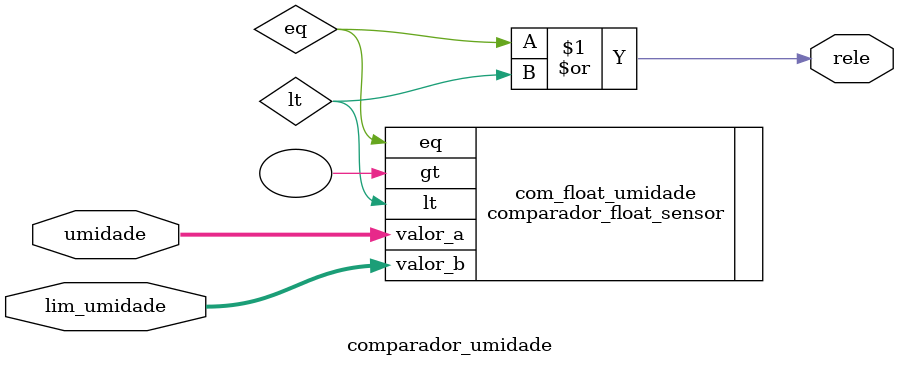
<source format=v>
module comparador_umidade (
  input [15:0] umidade,
  input [15:0] lim_umidade,

  output rele
);

  wire eq, lt;

  assign rele = (eq | lt);

  comparador_float_sensor com_float_umidade (
    .valor_a(umidade),
    .valor_b(lim_umidade),
    .eq(eq),
    .gt(),
    .lt(lt)
  );

endmodule
</source>
